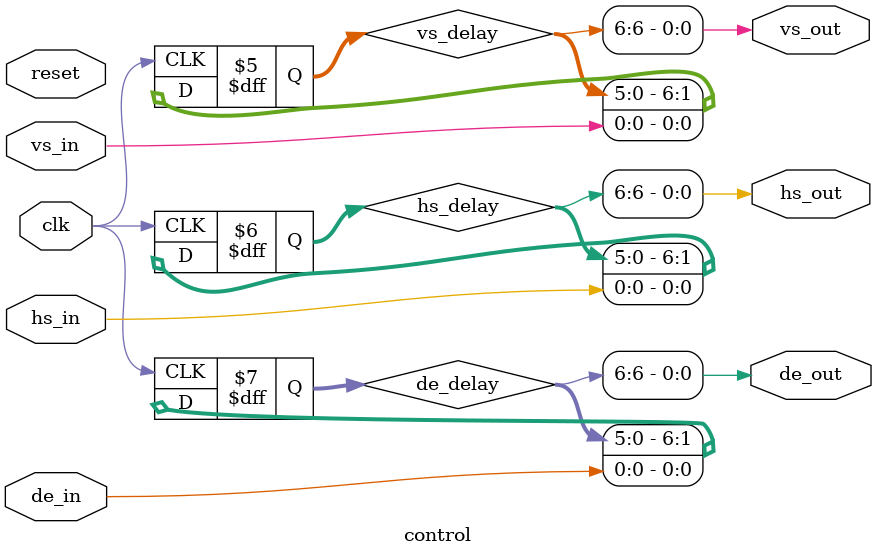
<source format=sv>
module control #(
    parameter int delay = 7
) (
    input logic clk,
    input logic reset,
    input logic vs_in,
    input logic hs_in,
    input logic de_in,
    output logic vs_out,
    output logic hs_out,
    output logic de_out
);
    typedef logic [delay-1:0] delay_array_t;
    delay_array_t vs_delay;
    delay_array_t hs_delay;
    delay_array_t de_delay;

    always_ff @(posedge clk) begin
        // first value of array is current input
        vs_delay[0] <= vs_in;
        hs_delay[0] <= hs_in;
        de_delay[0] <= de_in;

        // delay according to generic delay
        for (int i = 1; i < delay; i++) begin
            vs_delay[i] <= vs_delay[i-1];
            hs_delay[i] <= hs_delay[i-1];
            de_delay[i] <= de_delay[i-1];
        end
    end

    // last value of array is output
    assign vs_out = vs_delay[delay-1];
    assign hs_out = hs_delay[delay-1];
    assign de_out = de_delay[delay-1];
    
endmodule
</source>
